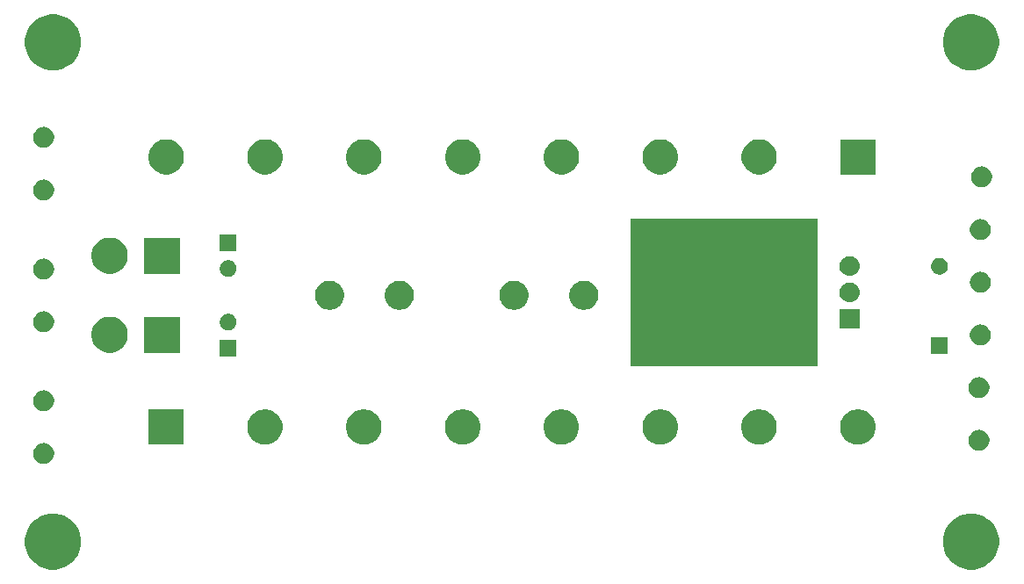
<source format=gbr>
G04 #@! TF.GenerationSoftware,KiCad,Pcbnew,5.0.2-bee76a0~70~ubuntu18.04.1*
G04 #@! TF.CreationDate,2019-06-19T23:07:38-07:00*
G04 #@! TF.ProjectId,aa-power,61612d70-6f77-4657-922e-6b696361645f,rev?*
G04 #@! TF.SameCoordinates,Original*
G04 #@! TF.FileFunction,Soldermask,Bot*
G04 #@! TF.FilePolarity,Negative*
%FSLAX46Y46*%
G04 Gerber Fmt 4.6, Leading zero omitted, Abs format (unit mm)*
G04 Created by KiCad (PCBNEW 5.0.2-bee76a0~70~ubuntu18.04.1) date Wed 19 Jun 2019 11:07:38 PM PDT*
%MOMM*%
%LPD*%
G01*
G04 APERTURE LIST*
%ADD10C,0.100000*%
G04 APERTURE END LIST*
D10*
G36*
X194335560Y-121482759D02*
X194786084Y-121669372D01*
X194826930Y-121686291D01*
X194846736Y-121699525D01*
X195269153Y-121981775D01*
X195645225Y-122357847D01*
X195940710Y-122800072D01*
X196144241Y-123291440D01*
X196248000Y-123813072D01*
X196248000Y-124344928D01*
X196144241Y-124866560D01*
X195940710Y-125357928D01*
X195645225Y-125800153D01*
X195269153Y-126176225D01*
X195269150Y-126176227D01*
X194826930Y-126471709D01*
X194826929Y-126471710D01*
X194826928Y-126471710D01*
X194335560Y-126675241D01*
X193813928Y-126779000D01*
X193282072Y-126779000D01*
X192760440Y-126675241D01*
X192269072Y-126471710D01*
X192269071Y-126471710D01*
X192269070Y-126471709D01*
X191826850Y-126176227D01*
X191826847Y-126176225D01*
X191450775Y-125800153D01*
X191155290Y-125357928D01*
X190951759Y-124866560D01*
X190848000Y-124344928D01*
X190848000Y-123813072D01*
X190951759Y-123291440D01*
X191155290Y-122800072D01*
X191450775Y-122357847D01*
X191826847Y-121981775D01*
X192249264Y-121699525D01*
X192269070Y-121686291D01*
X192309916Y-121669372D01*
X192760440Y-121482759D01*
X193282072Y-121379000D01*
X193813928Y-121379000D01*
X194335560Y-121482759D01*
X194335560Y-121482759D01*
G37*
G36*
X105816560Y-121482759D02*
X106267084Y-121669372D01*
X106307930Y-121686291D01*
X106327736Y-121699525D01*
X106750153Y-121981775D01*
X107126225Y-122357847D01*
X107421710Y-122800072D01*
X107625241Y-123291440D01*
X107729000Y-123813072D01*
X107729000Y-124344928D01*
X107625241Y-124866560D01*
X107421710Y-125357928D01*
X107126225Y-125800153D01*
X106750153Y-126176225D01*
X106750150Y-126176227D01*
X106307930Y-126471709D01*
X106307929Y-126471710D01*
X106307928Y-126471710D01*
X105816560Y-126675241D01*
X105294928Y-126779000D01*
X104763072Y-126779000D01*
X104241440Y-126675241D01*
X103750072Y-126471710D01*
X103750071Y-126471710D01*
X103750070Y-126471709D01*
X103307850Y-126176227D01*
X103307847Y-126176225D01*
X102931775Y-125800153D01*
X102636290Y-125357928D01*
X102432759Y-124866560D01*
X102329000Y-124344928D01*
X102329000Y-123813072D01*
X102432759Y-123291440D01*
X102636290Y-122800072D01*
X102931775Y-122357847D01*
X103307847Y-121981775D01*
X103730264Y-121699525D01*
X103750070Y-121686291D01*
X103790916Y-121669372D01*
X104241440Y-121482759D01*
X104763072Y-121379000D01*
X105294928Y-121379000D01*
X105816560Y-121482759D01*
X105816560Y-121482759D01*
G37*
G36*
X104315770Y-114585372D02*
X104431689Y-114608429D01*
X104613678Y-114683811D01*
X104777463Y-114793249D01*
X104916751Y-114932537D01*
X105026189Y-115096322D01*
X105101571Y-115278311D01*
X105140000Y-115471509D01*
X105140000Y-115668491D01*
X105101571Y-115861689D01*
X105026189Y-116043678D01*
X104916751Y-116207463D01*
X104777463Y-116346751D01*
X104613678Y-116456189D01*
X104431689Y-116531571D01*
X104315770Y-116554628D01*
X104238493Y-116570000D01*
X104041507Y-116570000D01*
X103964230Y-116554628D01*
X103848311Y-116531571D01*
X103666322Y-116456189D01*
X103502537Y-116346751D01*
X103363249Y-116207463D01*
X103253811Y-116043678D01*
X103178429Y-115861689D01*
X103140000Y-115668491D01*
X103140000Y-115471509D01*
X103178429Y-115278311D01*
X103253811Y-115096322D01*
X103363249Y-114932537D01*
X103502537Y-114793249D01*
X103666322Y-114683811D01*
X103848311Y-114608429D01*
X103964230Y-114585372D01*
X104041507Y-114570000D01*
X104238493Y-114570000D01*
X104315770Y-114585372D01*
X104315770Y-114585372D01*
G37*
G36*
X194485770Y-113315372D02*
X194601689Y-113338429D01*
X194783678Y-113413811D01*
X194947463Y-113523249D01*
X195086751Y-113662537D01*
X195196189Y-113826322D01*
X195271571Y-114008311D01*
X195310000Y-114201509D01*
X195310000Y-114398491D01*
X195271571Y-114591689D01*
X195196189Y-114773678D01*
X195086751Y-114937463D01*
X194947463Y-115076751D01*
X194783678Y-115186189D01*
X194601689Y-115261571D01*
X194485770Y-115284628D01*
X194408493Y-115300000D01*
X194211507Y-115300000D01*
X194134230Y-115284628D01*
X194018311Y-115261571D01*
X193836322Y-115186189D01*
X193672537Y-115076751D01*
X193533249Y-114937463D01*
X193423811Y-114773678D01*
X193348429Y-114591689D01*
X193310000Y-114398491D01*
X193310000Y-114201509D01*
X193348429Y-114008311D01*
X193423811Y-113826322D01*
X193533249Y-113662537D01*
X193672537Y-113523249D01*
X193836322Y-113413811D01*
X194018311Y-113338429D01*
X194134230Y-113315372D01*
X194211507Y-113300000D01*
X194408493Y-113300000D01*
X194485770Y-113315372D01*
X194485770Y-113315372D01*
G37*
G36*
X183012393Y-111373553D02*
X183121872Y-111395330D01*
X183431252Y-111523479D01*
X183709687Y-111709523D01*
X183946477Y-111946313D01*
X184132521Y-112224748D01*
X184260670Y-112534128D01*
X184326000Y-112862565D01*
X184326000Y-113197435D01*
X184260670Y-113525872D01*
X184132521Y-113835252D01*
X183946477Y-114113687D01*
X183709687Y-114350477D01*
X183431252Y-114536521D01*
X183121872Y-114664670D01*
X183025643Y-114683811D01*
X182793437Y-114730000D01*
X182458563Y-114730000D01*
X182226357Y-114683811D01*
X182130128Y-114664670D01*
X181820748Y-114536521D01*
X181542313Y-114350477D01*
X181305523Y-114113687D01*
X181119479Y-113835252D01*
X180991330Y-113525872D01*
X180926000Y-113197435D01*
X180926000Y-112862565D01*
X180991330Y-112534128D01*
X181119479Y-112224748D01*
X181305523Y-111946313D01*
X181542313Y-111709523D01*
X181820748Y-111523479D01*
X182130128Y-111395330D01*
X182239607Y-111373553D01*
X182458563Y-111330000D01*
X182793437Y-111330000D01*
X183012393Y-111373553D01*
X183012393Y-111373553D01*
G37*
G36*
X173487393Y-111373553D02*
X173596872Y-111395330D01*
X173906252Y-111523479D01*
X174184687Y-111709523D01*
X174421477Y-111946313D01*
X174607521Y-112224748D01*
X174735670Y-112534128D01*
X174801000Y-112862565D01*
X174801000Y-113197435D01*
X174735670Y-113525872D01*
X174607521Y-113835252D01*
X174421477Y-114113687D01*
X174184687Y-114350477D01*
X173906252Y-114536521D01*
X173596872Y-114664670D01*
X173500643Y-114683811D01*
X173268437Y-114730000D01*
X172933563Y-114730000D01*
X172701357Y-114683811D01*
X172605128Y-114664670D01*
X172295748Y-114536521D01*
X172017313Y-114350477D01*
X171780523Y-114113687D01*
X171594479Y-113835252D01*
X171466330Y-113525872D01*
X171401000Y-113197435D01*
X171401000Y-112862565D01*
X171466330Y-112534128D01*
X171594479Y-112224748D01*
X171780523Y-111946313D01*
X172017313Y-111709523D01*
X172295748Y-111523479D01*
X172605128Y-111395330D01*
X172714607Y-111373553D01*
X172933563Y-111330000D01*
X173268437Y-111330000D01*
X173487393Y-111373553D01*
X173487393Y-111373553D01*
G37*
G36*
X163962393Y-111373553D02*
X164071872Y-111395330D01*
X164381252Y-111523479D01*
X164659687Y-111709523D01*
X164896477Y-111946313D01*
X165082521Y-112224748D01*
X165210670Y-112534128D01*
X165276000Y-112862565D01*
X165276000Y-113197435D01*
X165210670Y-113525872D01*
X165082521Y-113835252D01*
X164896477Y-114113687D01*
X164659687Y-114350477D01*
X164381252Y-114536521D01*
X164071872Y-114664670D01*
X163975643Y-114683811D01*
X163743437Y-114730000D01*
X163408563Y-114730000D01*
X163176357Y-114683811D01*
X163080128Y-114664670D01*
X162770748Y-114536521D01*
X162492313Y-114350477D01*
X162255523Y-114113687D01*
X162069479Y-113835252D01*
X161941330Y-113525872D01*
X161876000Y-113197435D01*
X161876000Y-112862565D01*
X161941330Y-112534128D01*
X162069479Y-112224748D01*
X162255523Y-111946313D01*
X162492313Y-111709523D01*
X162770748Y-111523479D01*
X163080128Y-111395330D01*
X163189607Y-111373553D01*
X163408563Y-111330000D01*
X163743437Y-111330000D01*
X163962393Y-111373553D01*
X163962393Y-111373553D01*
G37*
G36*
X154432393Y-111373553D02*
X154541872Y-111395330D01*
X154851252Y-111523479D01*
X155129687Y-111709523D01*
X155366477Y-111946313D01*
X155552521Y-112224748D01*
X155680670Y-112534128D01*
X155746000Y-112862565D01*
X155746000Y-113197435D01*
X155680670Y-113525872D01*
X155552521Y-113835252D01*
X155366477Y-114113687D01*
X155129687Y-114350477D01*
X154851252Y-114536521D01*
X154541872Y-114664670D01*
X154445643Y-114683811D01*
X154213437Y-114730000D01*
X153878563Y-114730000D01*
X153646357Y-114683811D01*
X153550128Y-114664670D01*
X153240748Y-114536521D01*
X152962313Y-114350477D01*
X152725523Y-114113687D01*
X152539479Y-113835252D01*
X152411330Y-113525872D01*
X152346000Y-113197435D01*
X152346000Y-112862565D01*
X152411330Y-112534128D01*
X152539479Y-112224748D01*
X152725523Y-111946313D01*
X152962313Y-111709523D01*
X153240748Y-111523479D01*
X153550128Y-111395330D01*
X153659607Y-111373553D01*
X153878563Y-111330000D01*
X154213437Y-111330000D01*
X154432393Y-111373553D01*
X154432393Y-111373553D01*
G37*
G36*
X144912393Y-111373553D02*
X145021872Y-111395330D01*
X145331252Y-111523479D01*
X145609687Y-111709523D01*
X145846477Y-111946313D01*
X146032521Y-112224748D01*
X146160670Y-112534128D01*
X146226000Y-112862565D01*
X146226000Y-113197435D01*
X146160670Y-113525872D01*
X146032521Y-113835252D01*
X145846477Y-114113687D01*
X145609687Y-114350477D01*
X145331252Y-114536521D01*
X145021872Y-114664670D01*
X144925643Y-114683811D01*
X144693437Y-114730000D01*
X144358563Y-114730000D01*
X144126357Y-114683811D01*
X144030128Y-114664670D01*
X143720748Y-114536521D01*
X143442313Y-114350477D01*
X143205523Y-114113687D01*
X143019479Y-113835252D01*
X142891330Y-113525872D01*
X142826000Y-113197435D01*
X142826000Y-112862565D01*
X142891330Y-112534128D01*
X143019479Y-112224748D01*
X143205523Y-111946313D01*
X143442313Y-111709523D01*
X143720748Y-111523479D01*
X144030128Y-111395330D01*
X144139607Y-111373553D01*
X144358563Y-111330000D01*
X144693437Y-111330000D01*
X144912393Y-111373553D01*
X144912393Y-111373553D01*
G37*
G36*
X135387393Y-111373553D02*
X135496872Y-111395330D01*
X135806252Y-111523479D01*
X136084687Y-111709523D01*
X136321477Y-111946313D01*
X136507521Y-112224748D01*
X136635670Y-112534128D01*
X136701000Y-112862565D01*
X136701000Y-113197435D01*
X136635670Y-113525872D01*
X136507521Y-113835252D01*
X136321477Y-114113687D01*
X136084687Y-114350477D01*
X135806252Y-114536521D01*
X135496872Y-114664670D01*
X135400643Y-114683811D01*
X135168437Y-114730000D01*
X134833563Y-114730000D01*
X134601357Y-114683811D01*
X134505128Y-114664670D01*
X134195748Y-114536521D01*
X133917313Y-114350477D01*
X133680523Y-114113687D01*
X133494479Y-113835252D01*
X133366330Y-113525872D01*
X133301000Y-113197435D01*
X133301000Y-112862565D01*
X133366330Y-112534128D01*
X133494479Y-112224748D01*
X133680523Y-111946313D01*
X133917313Y-111709523D01*
X134195748Y-111523479D01*
X134505128Y-111395330D01*
X134614607Y-111373553D01*
X134833563Y-111330000D01*
X135168437Y-111330000D01*
X135387393Y-111373553D01*
X135387393Y-111373553D01*
G37*
G36*
X125857393Y-111373553D02*
X125966872Y-111395330D01*
X126276252Y-111523479D01*
X126554687Y-111709523D01*
X126791477Y-111946313D01*
X126977521Y-112224748D01*
X127105670Y-112534128D01*
X127171000Y-112862565D01*
X127171000Y-113197435D01*
X127105670Y-113525872D01*
X126977521Y-113835252D01*
X126791477Y-114113687D01*
X126554687Y-114350477D01*
X126276252Y-114536521D01*
X125966872Y-114664670D01*
X125870643Y-114683811D01*
X125638437Y-114730000D01*
X125303563Y-114730000D01*
X125071357Y-114683811D01*
X124975128Y-114664670D01*
X124665748Y-114536521D01*
X124387313Y-114350477D01*
X124150523Y-114113687D01*
X123964479Y-113835252D01*
X123836330Y-113525872D01*
X123771000Y-113197435D01*
X123771000Y-112862565D01*
X123836330Y-112534128D01*
X123964479Y-112224748D01*
X124150523Y-111946313D01*
X124387313Y-111709523D01*
X124665748Y-111523479D01*
X124975128Y-111395330D01*
X125084607Y-111373553D01*
X125303563Y-111330000D01*
X125638437Y-111330000D01*
X125857393Y-111373553D01*
X125857393Y-111373553D01*
G37*
G36*
X117651000Y-114730000D02*
X114251000Y-114730000D01*
X114251000Y-111330000D01*
X117651000Y-111330000D01*
X117651000Y-114730000D01*
X117651000Y-114730000D01*
G37*
G36*
X104315770Y-109505372D02*
X104431689Y-109528429D01*
X104613678Y-109603811D01*
X104777463Y-109713249D01*
X104916751Y-109852537D01*
X105026189Y-110016322D01*
X105101571Y-110198311D01*
X105140000Y-110391509D01*
X105140000Y-110588491D01*
X105101571Y-110781689D01*
X105026189Y-110963678D01*
X104916751Y-111127463D01*
X104777463Y-111266751D01*
X104613678Y-111376189D01*
X104431689Y-111451571D01*
X104315770Y-111474628D01*
X104238493Y-111490000D01*
X104041507Y-111490000D01*
X103964230Y-111474628D01*
X103848311Y-111451571D01*
X103666322Y-111376189D01*
X103502537Y-111266751D01*
X103363249Y-111127463D01*
X103253811Y-110963678D01*
X103178429Y-110781689D01*
X103140000Y-110588491D01*
X103140000Y-110391509D01*
X103178429Y-110198311D01*
X103253811Y-110016322D01*
X103363249Y-109852537D01*
X103502537Y-109713249D01*
X103666322Y-109603811D01*
X103848311Y-109528429D01*
X103964230Y-109505372D01*
X104041507Y-109490000D01*
X104238493Y-109490000D01*
X104315770Y-109505372D01*
X104315770Y-109505372D01*
G37*
G36*
X194485770Y-108235372D02*
X194601689Y-108258429D01*
X194783678Y-108333811D01*
X194947463Y-108443249D01*
X195086751Y-108582537D01*
X195196189Y-108746322D01*
X195271571Y-108928311D01*
X195310000Y-109121509D01*
X195310000Y-109318491D01*
X195271571Y-109511689D01*
X195196189Y-109693678D01*
X195086751Y-109857463D01*
X194947463Y-109996751D01*
X194783678Y-110106189D01*
X194601689Y-110181571D01*
X194485770Y-110204628D01*
X194408493Y-110220000D01*
X194211507Y-110220000D01*
X194134230Y-110204628D01*
X194018311Y-110181571D01*
X193836322Y-110106189D01*
X193672537Y-109996751D01*
X193533249Y-109857463D01*
X193423811Y-109693678D01*
X193348429Y-109511689D01*
X193310000Y-109318491D01*
X193310000Y-109121509D01*
X193348429Y-108928311D01*
X193423811Y-108746322D01*
X193533249Y-108582537D01*
X193672537Y-108443249D01*
X193836322Y-108333811D01*
X194018311Y-108258429D01*
X194134230Y-108235372D01*
X194211507Y-108220000D01*
X194408493Y-108220000D01*
X194485770Y-108235372D01*
X194485770Y-108235372D01*
G37*
G36*
X178794162Y-107164621D02*
X160760162Y-107164621D01*
X160760162Y-92940621D01*
X178794162Y-92940621D01*
X178794162Y-107164621D01*
X178794162Y-107164621D01*
G37*
G36*
X122720000Y-106210000D02*
X121120000Y-106210000D01*
X121120000Y-104610000D01*
X122720000Y-104610000D01*
X122720000Y-106210000D01*
X122720000Y-106210000D01*
G37*
G36*
X191300000Y-105956000D02*
X189700000Y-105956000D01*
X189700000Y-104356000D01*
X191300000Y-104356000D01*
X191300000Y-105956000D01*
X191300000Y-105956000D01*
G37*
G36*
X117320060Y-105890060D02*
X113819940Y-105890060D01*
X113819940Y-102389940D01*
X117320060Y-102389940D01*
X117320060Y-105890060D01*
X117320060Y-105890060D01*
G37*
G36*
X111000473Y-102457193D02*
X111318963Y-102589116D01*
X111605601Y-102780641D01*
X111849359Y-103024399D01*
X112040884Y-103311037D01*
X112172807Y-103629527D01*
X112240060Y-103967633D01*
X112240060Y-104312367D01*
X112172807Y-104650473D01*
X112040884Y-104968963D01*
X111849359Y-105255601D01*
X111605601Y-105499359D01*
X111318963Y-105690884D01*
X111000473Y-105822807D01*
X110662367Y-105890060D01*
X110317633Y-105890060D01*
X109979527Y-105822807D01*
X109661037Y-105690884D01*
X109374399Y-105499359D01*
X109130641Y-105255601D01*
X108939116Y-104968963D01*
X108807193Y-104650473D01*
X108739940Y-104312367D01*
X108739940Y-103967633D01*
X108807193Y-103629527D01*
X108939116Y-103311037D01*
X109130641Y-103024399D01*
X109374399Y-102780641D01*
X109661037Y-102589116D01*
X109979527Y-102457193D01*
X110317633Y-102389940D01*
X110662367Y-102389940D01*
X111000473Y-102457193D01*
X111000473Y-102457193D01*
G37*
G36*
X194612770Y-103155372D02*
X194728689Y-103178429D01*
X194910678Y-103253811D01*
X195074463Y-103363249D01*
X195213751Y-103502537D01*
X195323189Y-103666322D01*
X195398571Y-103848311D01*
X195437000Y-104041509D01*
X195437000Y-104238491D01*
X195398571Y-104431689D01*
X195323189Y-104613678D01*
X195213751Y-104777463D01*
X195074463Y-104916751D01*
X194910678Y-105026189D01*
X194728689Y-105101571D01*
X194612770Y-105124628D01*
X194535493Y-105140000D01*
X194338507Y-105140000D01*
X194261230Y-105124628D01*
X194145311Y-105101571D01*
X193963322Y-105026189D01*
X193799537Y-104916751D01*
X193660249Y-104777463D01*
X193550811Y-104613678D01*
X193475429Y-104431689D01*
X193437000Y-104238491D01*
X193437000Y-104041509D01*
X193475429Y-103848311D01*
X193550811Y-103666322D01*
X193660249Y-103502537D01*
X193799537Y-103363249D01*
X193963322Y-103253811D01*
X194145311Y-103178429D01*
X194261230Y-103155372D01*
X194338507Y-103140000D01*
X194535493Y-103140000D01*
X194612770Y-103155372D01*
X194612770Y-103155372D01*
G37*
G36*
X104315770Y-101885372D02*
X104431689Y-101908429D01*
X104613678Y-101983811D01*
X104777463Y-102093249D01*
X104916751Y-102232537D01*
X105026189Y-102396322D01*
X105101571Y-102578311D01*
X105103720Y-102589116D01*
X105140000Y-102771507D01*
X105140000Y-102968493D01*
X105128879Y-103024399D01*
X105101571Y-103161689D01*
X105026189Y-103343678D01*
X104916751Y-103507463D01*
X104777463Y-103646751D01*
X104613678Y-103756189D01*
X104431689Y-103831571D01*
X104315770Y-103854628D01*
X104238493Y-103870000D01*
X104041507Y-103870000D01*
X103964230Y-103854628D01*
X103848311Y-103831571D01*
X103666322Y-103756189D01*
X103502537Y-103646751D01*
X103363249Y-103507463D01*
X103253811Y-103343678D01*
X103178429Y-103161689D01*
X103151121Y-103024399D01*
X103140000Y-102968493D01*
X103140000Y-102771507D01*
X103176280Y-102589116D01*
X103178429Y-102578311D01*
X103253811Y-102396322D01*
X103363249Y-102232537D01*
X103502537Y-102093249D01*
X103666322Y-101983811D01*
X103848311Y-101908429D01*
X103964230Y-101885372D01*
X104041507Y-101870000D01*
X104238493Y-101870000D01*
X104315770Y-101885372D01*
X104315770Y-101885372D01*
G37*
G36*
X122153352Y-102140743D02*
X122298941Y-102201048D01*
X122429973Y-102288601D01*
X122541399Y-102400027D01*
X122628952Y-102531059D01*
X122689257Y-102676648D01*
X122720000Y-102831205D01*
X122720000Y-102988795D01*
X122689257Y-103143352D01*
X122628952Y-103288941D01*
X122541399Y-103419973D01*
X122429973Y-103531399D01*
X122298941Y-103618952D01*
X122153352Y-103679257D01*
X121998795Y-103710000D01*
X121841205Y-103710000D01*
X121686648Y-103679257D01*
X121541059Y-103618952D01*
X121410027Y-103531399D01*
X121298601Y-103419973D01*
X121211048Y-103288941D01*
X121150743Y-103143352D01*
X121120000Y-102988795D01*
X121120000Y-102831205D01*
X121150743Y-102676648D01*
X121211048Y-102531059D01*
X121298601Y-102400027D01*
X121410027Y-102288601D01*
X121541059Y-102201048D01*
X121686648Y-102140743D01*
X121841205Y-102110000D01*
X121998795Y-102110000D01*
X122153352Y-102140743D01*
X122153352Y-102140743D01*
G37*
G36*
X182842162Y-103545121D02*
X180842162Y-103545121D01*
X180842162Y-101640121D01*
X182842162Y-101640121D01*
X182842162Y-103545121D01*
X182842162Y-103545121D01*
G37*
G36*
X156414039Y-98953354D02*
X156615448Y-98993417D01*
X156868412Y-99098198D01*
X157096074Y-99250316D01*
X157289684Y-99443926D01*
X157441802Y-99671588D01*
X157546583Y-99924552D01*
X157600000Y-100193097D01*
X157600000Y-100466903D01*
X157546583Y-100735448D01*
X157441802Y-100988412D01*
X157289684Y-101216074D01*
X157096074Y-101409684D01*
X156868412Y-101561802D01*
X156615448Y-101666583D01*
X156414039Y-101706646D01*
X156346904Y-101720000D01*
X156073096Y-101720000D01*
X156005961Y-101706646D01*
X155804552Y-101666583D01*
X155551588Y-101561802D01*
X155323926Y-101409684D01*
X155130316Y-101216074D01*
X154978198Y-100988412D01*
X154873417Y-100735448D01*
X154820000Y-100466903D01*
X154820000Y-100193097D01*
X154873417Y-99924552D01*
X154978198Y-99671588D01*
X155130316Y-99443926D01*
X155323926Y-99250316D01*
X155551588Y-99098198D01*
X155804552Y-98993417D01*
X156005961Y-98953354D01*
X156073096Y-98940000D01*
X156346904Y-98940000D01*
X156414039Y-98953354D01*
X156414039Y-98953354D01*
G37*
G36*
X131903039Y-98953354D02*
X132104448Y-98993417D01*
X132357412Y-99098198D01*
X132585074Y-99250316D01*
X132778684Y-99443926D01*
X132930802Y-99671588D01*
X133035583Y-99924552D01*
X133089000Y-100193097D01*
X133089000Y-100466903D01*
X133035583Y-100735448D01*
X132930802Y-100988412D01*
X132778684Y-101216074D01*
X132585074Y-101409684D01*
X132357412Y-101561802D01*
X132104448Y-101666583D01*
X131903039Y-101706646D01*
X131835904Y-101720000D01*
X131562096Y-101720000D01*
X131494961Y-101706646D01*
X131293552Y-101666583D01*
X131040588Y-101561802D01*
X130812926Y-101409684D01*
X130619316Y-101216074D01*
X130467198Y-100988412D01*
X130362417Y-100735448D01*
X130309000Y-100466903D01*
X130309000Y-100193097D01*
X130362417Y-99924552D01*
X130467198Y-99671588D01*
X130619316Y-99443926D01*
X130812926Y-99250316D01*
X131040588Y-99098198D01*
X131293552Y-98993417D01*
X131494961Y-98953354D01*
X131562096Y-98940000D01*
X131835904Y-98940000D01*
X131903039Y-98953354D01*
X131903039Y-98953354D01*
G37*
G36*
X149683039Y-98953354D02*
X149884448Y-98993417D01*
X150137412Y-99098198D01*
X150365074Y-99250316D01*
X150558684Y-99443926D01*
X150710802Y-99671588D01*
X150815583Y-99924552D01*
X150869000Y-100193097D01*
X150869000Y-100466903D01*
X150815583Y-100735448D01*
X150710802Y-100988412D01*
X150558684Y-101216074D01*
X150365074Y-101409684D01*
X150137412Y-101561802D01*
X149884448Y-101666583D01*
X149683039Y-101706646D01*
X149615904Y-101720000D01*
X149342096Y-101720000D01*
X149274961Y-101706646D01*
X149073552Y-101666583D01*
X148820588Y-101561802D01*
X148592926Y-101409684D01*
X148399316Y-101216074D01*
X148247198Y-100988412D01*
X148142417Y-100735448D01*
X148089000Y-100466903D01*
X148089000Y-100193097D01*
X148142417Y-99924552D01*
X148247198Y-99671588D01*
X148399316Y-99443926D01*
X148592926Y-99250316D01*
X148820588Y-99098198D01*
X149073552Y-98993417D01*
X149274961Y-98953354D01*
X149342096Y-98940000D01*
X149615904Y-98940000D01*
X149683039Y-98953354D01*
X149683039Y-98953354D01*
G37*
G36*
X138634039Y-98953354D02*
X138835448Y-98993417D01*
X139088412Y-99098198D01*
X139316074Y-99250316D01*
X139509684Y-99443926D01*
X139661802Y-99671588D01*
X139766583Y-99924552D01*
X139820000Y-100193097D01*
X139820000Y-100466903D01*
X139766583Y-100735448D01*
X139661802Y-100988412D01*
X139509684Y-101216074D01*
X139316074Y-101409684D01*
X139088412Y-101561802D01*
X138835448Y-101666583D01*
X138634039Y-101706646D01*
X138566904Y-101720000D01*
X138293096Y-101720000D01*
X138225961Y-101706646D01*
X138024552Y-101666583D01*
X137771588Y-101561802D01*
X137543926Y-101409684D01*
X137350316Y-101216074D01*
X137198198Y-100988412D01*
X137093417Y-100735448D01*
X137040000Y-100466903D01*
X137040000Y-100193097D01*
X137093417Y-99924552D01*
X137198198Y-99671588D01*
X137350316Y-99443926D01*
X137543926Y-99250316D01*
X137771588Y-99098198D01*
X138024552Y-98993417D01*
X138225961Y-98953354D01*
X138293096Y-98940000D01*
X138566904Y-98940000D01*
X138634039Y-98953354D01*
X138634039Y-98953354D01*
G37*
G36*
X182076386Y-99113903D02*
X182255931Y-99168368D01*
X182421403Y-99256814D01*
X182566440Y-99375843D01*
X182685469Y-99520880D01*
X182773915Y-99686352D01*
X182828380Y-99865897D01*
X182846770Y-100052621D01*
X182828380Y-100239345D01*
X182773915Y-100418890D01*
X182685469Y-100584362D01*
X182566440Y-100729399D01*
X182421403Y-100848428D01*
X182255931Y-100936874D01*
X182076386Y-100991339D01*
X181936451Y-101005121D01*
X181747873Y-101005121D01*
X181607938Y-100991339D01*
X181428393Y-100936874D01*
X181262921Y-100848428D01*
X181117884Y-100729399D01*
X180998855Y-100584362D01*
X180910409Y-100418890D01*
X180855944Y-100239345D01*
X180837554Y-100052621D01*
X180855944Y-99865897D01*
X180910409Y-99686352D01*
X180998855Y-99520880D01*
X181117884Y-99375843D01*
X181262921Y-99256814D01*
X181428393Y-99168368D01*
X181607938Y-99113903D01*
X181747873Y-99100121D01*
X181936451Y-99100121D01*
X182076386Y-99113903D01*
X182076386Y-99113903D01*
G37*
G36*
X194612770Y-98075372D02*
X194728689Y-98098429D01*
X194910678Y-98173811D01*
X195074463Y-98283249D01*
X195213751Y-98422537D01*
X195323189Y-98586322D01*
X195398571Y-98768311D01*
X195421628Y-98884230D01*
X195437000Y-98961507D01*
X195437000Y-99158493D01*
X195421628Y-99235770D01*
X195398571Y-99351689D01*
X195323189Y-99533678D01*
X195213751Y-99697463D01*
X195074463Y-99836751D01*
X194910678Y-99946189D01*
X194728689Y-100021571D01*
X194612770Y-100044628D01*
X194535493Y-100060000D01*
X194338507Y-100060000D01*
X194261230Y-100044628D01*
X194145311Y-100021571D01*
X193963322Y-99946189D01*
X193799537Y-99836751D01*
X193660249Y-99697463D01*
X193550811Y-99533678D01*
X193475429Y-99351689D01*
X193452372Y-99235770D01*
X193437000Y-99158493D01*
X193437000Y-98961507D01*
X193452372Y-98884230D01*
X193475429Y-98768311D01*
X193550811Y-98586322D01*
X193660249Y-98422537D01*
X193799537Y-98283249D01*
X193963322Y-98173811D01*
X194145311Y-98098429D01*
X194261230Y-98075372D01*
X194338507Y-98060000D01*
X194535493Y-98060000D01*
X194612770Y-98075372D01*
X194612770Y-98075372D01*
G37*
G36*
X104315770Y-96805372D02*
X104431689Y-96828429D01*
X104613678Y-96903811D01*
X104777463Y-97013249D01*
X104916751Y-97152537D01*
X105026189Y-97316322D01*
X105101571Y-97498311D01*
X105124628Y-97614230D01*
X105135962Y-97671205D01*
X105140000Y-97691509D01*
X105140000Y-97888491D01*
X105101571Y-98081689D01*
X105026189Y-98263678D01*
X104916751Y-98427463D01*
X104777463Y-98566751D01*
X104613678Y-98676189D01*
X104431689Y-98751571D01*
X104315770Y-98774628D01*
X104238493Y-98790000D01*
X104041507Y-98790000D01*
X103964230Y-98774628D01*
X103848311Y-98751571D01*
X103666322Y-98676189D01*
X103502537Y-98566751D01*
X103363249Y-98427463D01*
X103253811Y-98263678D01*
X103178429Y-98081689D01*
X103140000Y-97888491D01*
X103140000Y-97691509D01*
X103144039Y-97671205D01*
X103155372Y-97614230D01*
X103178429Y-97498311D01*
X103253811Y-97316322D01*
X103363249Y-97152537D01*
X103502537Y-97013249D01*
X103666322Y-96903811D01*
X103848311Y-96828429D01*
X103964230Y-96805372D01*
X104041507Y-96790000D01*
X104238493Y-96790000D01*
X104315770Y-96805372D01*
X104315770Y-96805372D01*
G37*
G36*
X122153352Y-96980743D02*
X122298941Y-97041048D01*
X122429973Y-97128601D01*
X122541399Y-97240027D01*
X122628952Y-97371059D01*
X122689257Y-97516648D01*
X122720000Y-97671205D01*
X122720000Y-97828795D01*
X122689257Y-97983352D01*
X122628952Y-98128941D01*
X122541399Y-98259973D01*
X122429973Y-98371399D01*
X122298941Y-98458952D01*
X122153352Y-98519257D01*
X121998795Y-98550000D01*
X121841205Y-98550000D01*
X121686648Y-98519257D01*
X121541059Y-98458952D01*
X121410027Y-98371399D01*
X121298601Y-98259973D01*
X121211048Y-98128941D01*
X121150743Y-97983352D01*
X121120000Y-97828795D01*
X121120000Y-97671205D01*
X121150743Y-97516648D01*
X121211048Y-97371059D01*
X121298601Y-97240027D01*
X121410027Y-97128601D01*
X121541059Y-97041048D01*
X121686648Y-96980743D01*
X121841205Y-96950000D01*
X121998795Y-96950000D01*
X122153352Y-96980743D01*
X122153352Y-96980743D01*
G37*
G36*
X182076386Y-96573903D02*
X182255931Y-96628368D01*
X182421403Y-96716814D01*
X182566440Y-96835843D01*
X182685469Y-96980880D01*
X182773915Y-97146352D01*
X182828380Y-97325897D01*
X182846770Y-97512621D01*
X182828380Y-97699345D01*
X182773915Y-97878890D01*
X182685469Y-98044362D01*
X182566440Y-98189399D01*
X182421403Y-98308428D01*
X182255931Y-98396874D01*
X182076386Y-98451339D01*
X181936451Y-98465121D01*
X181747873Y-98465121D01*
X181607938Y-98451339D01*
X181428393Y-98396874D01*
X181262921Y-98308428D01*
X181117884Y-98189399D01*
X180998855Y-98044362D01*
X180910409Y-97878890D01*
X180855944Y-97699345D01*
X180837554Y-97512621D01*
X180855944Y-97325897D01*
X180910409Y-97146352D01*
X180998855Y-96980880D01*
X181117884Y-96835843D01*
X181262921Y-96716814D01*
X181428393Y-96628368D01*
X181607938Y-96573903D01*
X181747873Y-96560121D01*
X181936451Y-96560121D01*
X182076386Y-96573903D01*
X182076386Y-96573903D01*
G37*
G36*
X190617649Y-96743717D02*
X190656827Y-96747576D01*
X190732228Y-96770449D01*
X190807629Y-96793321D01*
X190946608Y-96867608D01*
X191068422Y-96967578D01*
X191168392Y-97089392D01*
X191242679Y-97228371D01*
X191265551Y-97303772D01*
X191288424Y-97379173D01*
X191303870Y-97536000D01*
X191290554Y-97671205D01*
X191288424Y-97692826D01*
X191242679Y-97843629D01*
X191168392Y-97982608D01*
X191068422Y-98104422D01*
X190946608Y-98204392D01*
X190807629Y-98278679D01*
X190792550Y-98283253D01*
X190656827Y-98324424D01*
X190621108Y-98327942D01*
X190539295Y-98336000D01*
X190460705Y-98336000D01*
X190378892Y-98327942D01*
X190343173Y-98324424D01*
X190207450Y-98283253D01*
X190192371Y-98278679D01*
X190053392Y-98204392D01*
X189931578Y-98104422D01*
X189831608Y-97982608D01*
X189757321Y-97843629D01*
X189711576Y-97692826D01*
X189709447Y-97671205D01*
X189696130Y-97536000D01*
X189711576Y-97379173D01*
X189734449Y-97303772D01*
X189757321Y-97228371D01*
X189831608Y-97089392D01*
X189931578Y-96967578D01*
X190053392Y-96867608D01*
X190192371Y-96793321D01*
X190267772Y-96770449D01*
X190343173Y-96747576D01*
X190382351Y-96743717D01*
X190460705Y-96736000D01*
X190539295Y-96736000D01*
X190617649Y-96743717D01*
X190617649Y-96743717D01*
G37*
G36*
X111000473Y-94837193D02*
X111318963Y-94969116D01*
X111605601Y-95160641D01*
X111849359Y-95404399D01*
X112040884Y-95691037D01*
X112172807Y-96009527D01*
X112240060Y-96347633D01*
X112240060Y-96692367D01*
X112172807Y-97030473D01*
X112040884Y-97348963D01*
X111849359Y-97635601D01*
X111605601Y-97879359D01*
X111318963Y-98070884D01*
X111000473Y-98202807D01*
X110662367Y-98270060D01*
X110317633Y-98270060D01*
X109979527Y-98202807D01*
X109661037Y-98070884D01*
X109374399Y-97879359D01*
X109130641Y-97635601D01*
X108939116Y-97348963D01*
X108807193Y-97030473D01*
X108739940Y-96692367D01*
X108739940Y-96347633D01*
X108807193Y-96009527D01*
X108939116Y-95691037D01*
X109130641Y-95404399D01*
X109374399Y-95160641D01*
X109661037Y-94969116D01*
X109979527Y-94837193D01*
X110317633Y-94769940D01*
X110662367Y-94769940D01*
X111000473Y-94837193D01*
X111000473Y-94837193D01*
G37*
G36*
X117320060Y-98270060D02*
X113819940Y-98270060D01*
X113819940Y-94769940D01*
X117320060Y-94769940D01*
X117320060Y-98270060D01*
X117320060Y-98270060D01*
G37*
G36*
X122720000Y-96050000D02*
X121120000Y-96050000D01*
X121120000Y-94450000D01*
X122720000Y-94450000D01*
X122720000Y-96050000D01*
X122720000Y-96050000D01*
G37*
G36*
X194612770Y-92995372D02*
X194728689Y-93018429D01*
X194910678Y-93093811D01*
X195074463Y-93203249D01*
X195213751Y-93342537D01*
X195323189Y-93506322D01*
X195398571Y-93688311D01*
X195437000Y-93881509D01*
X195437000Y-94078491D01*
X195398571Y-94271689D01*
X195323189Y-94453678D01*
X195213751Y-94617463D01*
X195074463Y-94756751D01*
X194910678Y-94866189D01*
X194728689Y-94941571D01*
X194612770Y-94964628D01*
X194535493Y-94980000D01*
X194338507Y-94980000D01*
X194261230Y-94964628D01*
X194145311Y-94941571D01*
X193963322Y-94866189D01*
X193799537Y-94756751D01*
X193660249Y-94617463D01*
X193550811Y-94453678D01*
X193475429Y-94271689D01*
X193437000Y-94078491D01*
X193437000Y-93881509D01*
X193475429Y-93688311D01*
X193550811Y-93506322D01*
X193660249Y-93342537D01*
X193799537Y-93203249D01*
X193963322Y-93093811D01*
X194145311Y-93018429D01*
X194261230Y-92995372D01*
X194338507Y-92980000D01*
X194535493Y-92980000D01*
X194612770Y-92995372D01*
X194612770Y-92995372D01*
G37*
G36*
X104315770Y-89185372D02*
X104431689Y-89208429D01*
X104613678Y-89283811D01*
X104777463Y-89393249D01*
X104916751Y-89532537D01*
X105026189Y-89696322D01*
X105101571Y-89878311D01*
X105140000Y-90071509D01*
X105140000Y-90268491D01*
X105101571Y-90461689D01*
X105026189Y-90643678D01*
X104916751Y-90807463D01*
X104777463Y-90946751D01*
X104613678Y-91056189D01*
X104431689Y-91131571D01*
X104315770Y-91154628D01*
X104238493Y-91170000D01*
X104041507Y-91170000D01*
X103964230Y-91154628D01*
X103848311Y-91131571D01*
X103666322Y-91056189D01*
X103502537Y-90946751D01*
X103363249Y-90807463D01*
X103253811Y-90643678D01*
X103178429Y-90461689D01*
X103140000Y-90268491D01*
X103140000Y-90071509D01*
X103178429Y-89878311D01*
X103253811Y-89696322D01*
X103363249Y-89532537D01*
X103502537Y-89393249D01*
X103666322Y-89283811D01*
X103848311Y-89208429D01*
X103964230Y-89185372D01*
X104041507Y-89170000D01*
X104238493Y-89170000D01*
X104315770Y-89185372D01*
X104315770Y-89185372D01*
G37*
G36*
X194739770Y-87915372D02*
X194855689Y-87938429D01*
X195037678Y-88013811D01*
X195201463Y-88123249D01*
X195340751Y-88262537D01*
X195450189Y-88426322D01*
X195525571Y-88608311D01*
X195564000Y-88801509D01*
X195564000Y-88998491D01*
X195525571Y-89191689D01*
X195450189Y-89373678D01*
X195340751Y-89537463D01*
X195201463Y-89676751D01*
X195037678Y-89786189D01*
X194855689Y-89861571D01*
X194739770Y-89884628D01*
X194662493Y-89900000D01*
X194465507Y-89900000D01*
X194388230Y-89884628D01*
X194272311Y-89861571D01*
X194090322Y-89786189D01*
X193926537Y-89676751D01*
X193787249Y-89537463D01*
X193677811Y-89373678D01*
X193602429Y-89191689D01*
X193564000Y-88998491D01*
X193564000Y-88801509D01*
X193602429Y-88608311D01*
X193677811Y-88426322D01*
X193787249Y-88262537D01*
X193926537Y-88123249D01*
X194090322Y-88013811D01*
X194272311Y-87938429D01*
X194388230Y-87915372D01*
X194465507Y-87900000D01*
X194662493Y-87900000D01*
X194739770Y-87915372D01*
X194739770Y-87915372D01*
G37*
G36*
X173492393Y-85338553D02*
X173601872Y-85360330D01*
X173911252Y-85488479D01*
X174189687Y-85674523D01*
X174426477Y-85911313D01*
X174612521Y-86189748D01*
X174740670Y-86499128D01*
X174806000Y-86827565D01*
X174806000Y-87162435D01*
X174740670Y-87490872D01*
X174612521Y-87800252D01*
X174426477Y-88078687D01*
X174189687Y-88315477D01*
X173911252Y-88501521D01*
X173601872Y-88629670D01*
X173492393Y-88651447D01*
X173273437Y-88695000D01*
X172938563Y-88695000D01*
X172719607Y-88651447D01*
X172610128Y-88629670D01*
X172300748Y-88501521D01*
X172022313Y-88315477D01*
X171785523Y-88078687D01*
X171599479Y-87800252D01*
X171471330Y-87490872D01*
X171406000Y-87162435D01*
X171406000Y-86827565D01*
X171471330Y-86499128D01*
X171599479Y-86189748D01*
X171785523Y-85911313D01*
X172022313Y-85674523D01*
X172300748Y-85488479D01*
X172610128Y-85360330D01*
X172719607Y-85338553D01*
X172938563Y-85295000D01*
X173273437Y-85295000D01*
X173492393Y-85338553D01*
X173492393Y-85338553D01*
G37*
G36*
X116337393Y-85338553D02*
X116446872Y-85360330D01*
X116756252Y-85488479D01*
X117034687Y-85674523D01*
X117271477Y-85911313D01*
X117457521Y-86189748D01*
X117585670Y-86499128D01*
X117651000Y-86827565D01*
X117651000Y-87162435D01*
X117585670Y-87490872D01*
X117457521Y-87800252D01*
X117271477Y-88078687D01*
X117034687Y-88315477D01*
X116756252Y-88501521D01*
X116446872Y-88629670D01*
X116337393Y-88651447D01*
X116118437Y-88695000D01*
X115783563Y-88695000D01*
X115564607Y-88651447D01*
X115455128Y-88629670D01*
X115145748Y-88501521D01*
X114867313Y-88315477D01*
X114630523Y-88078687D01*
X114444479Y-87800252D01*
X114316330Y-87490872D01*
X114251000Y-87162435D01*
X114251000Y-86827565D01*
X114316330Y-86499128D01*
X114444479Y-86189748D01*
X114630523Y-85911313D01*
X114867313Y-85674523D01*
X115145748Y-85488479D01*
X115455128Y-85360330D01*
X115564607Y-85338553D01*
X115783563Y-85295000D01*
X116118437Y-85295000D01*
X116337393Y-85338553D01*
X116337393Y-85338553D01*
G37*
G36*
X125862393Y-85338553D02*
X125971872Y-85360330D01*
X126281252Y-85488479D01*
X126559687Y-85674523D01*
X126796477Y-85911313D01*
X126982521Y-86189748D01*
X127110670Y-86499128D01*
X127176000Y-86827565D01*
X127176000Y-87162435D01*
X127110670Y-87490872D01*
X126982521Y-87800252D01*
X126796477Y-88078687D01*
X126559687Y-88315477D01*
X126281252Y-88501521D01*
X125971872Y-88629670D01*
X125862393Y-88651447D01*
X125643437Y-88695000D01*
X125308563Y-88695000D01*
X125089607Y-88651447D01*
X124980128Y-88629670D01*
X124670748Y-88501521D01*
X124392313Y-88315477D01*
X124155523Y-88078687D01*
X123969479Y-87800252D01*
X123841330Y-87490872D01*
X123776000Y-87162435D01*
X123776000Y-86827565D01*
X123841330Y-86499128D01*
X123969479Y-86189748D01*
X124155523Y-85911313D01*
X124392313Y-85674523D01*
X124670748Y-85488479D01*
X124980128Y-85360330D01*
X125089607Y-85338553D01*
X125308563Y-85295000D01*
X125643437Y-85295000D01*
X125862393Y-85338553D01*
X125862393Y-85338553D01*
G37*
G36*
X135387393Y-85338553D02*
X135496872Y-85360330D01*
X135806252Y-85488479D01*
X136084687Y-85674523D01*
X136321477Y-85911313D01*
X136507521Y-86189748D01*
X136635670Y-86499128D01*
X136701000Y-86827565D01*
X136701000Y-87162435D01*
X136635670Y-87490872D01*
X136507521Y-87800252D01*
X136321477Y-88078687D01*
X136084687Y-88315477D01*
X135806252Y-88501521D01*
X135496872Y-88629670D01*
X135387393Y-88651447D01*
X135168437Y-88695000D01*
X134833563Y-88695000D01*
X134614607Y-88651447D01*
X134505128Y-88629670D01*
X134195748Y-88501521D01*
X133917313Y-88315477D01*
X133680523Y-88078687D01*
X133494479Y-87800252D01*
X133366330Y-87490872D01*
X133301000Y-87162435D01*
X133301000Y-86827565D01*
X133366330Y-86499128D01*
X133494479Y-86189748D01*
X133680523Y-85911313D01*
X133917313Y-85674523D01*
X134195748Y-85488479D01*
X134505128Y-85360330D01*
X134614607Y-85338553D01*
X134833563Y-85295000D01*
X135168437Y-85295000D01*
X135387393Y-85338553D01*
X135387393Y-85338553D01*
G37*
G36*
X144917393Y-85338553D02*
X145026872Y-85360330D01*
X145336252Y-85488479D01*
X145614687Y-85674523D01*
X145851477Y-85911313D01*
X146037521Y-86189748D01*
X146165670Y-86499128D01*
X146231000Y-86827565D01*
X146231000Y-87162435D01*
X146165670Y-87490872D01*
X146037521Y-87800252D01*
X145851477Y-88078687D01*
X145614687Y-88315477D01*
X145336252Y-88501521D01*
X145026872Y-88629670D01*
X144917393Y-88651447D01*
X144698437Y-88695000D01*
X144363563Y-88695000D01*
X144144607Y-88651447D01*
X144035128Y-88629670D01*
X143725748Y-88501521D01*
X143447313Y-88315477D01*
X143210523Y-88078687D01*
X143024479Y-87800252D01*
X142896330Y-87490872D01*
X142831000Y-87162435D01*
X142831000Y-86827565D01*
X142896330Y-86499128D01*
X143024479Y-86189748D01*
X143210523Y-85911313D01*
X143447313Y-85674523D01*
X143725748Y-85488479D01*
X144035128Y-85360330D01*
X144144607Y-85338553D01*
X144363563Y-85295000D01*
X144698437Y-85295000D01*
X144917393Y-85338553D01*
X144917393Y-85338553D01*
G37*
G36*
X154437393Y-85338553D02*
X154546872Y-85360330D01*
X154856252Y-85488479D01*
X155134687Y-85674523D01*
X155371477Y-85911313D01*
X155557521Y-86189748D01*
X155685670Y-86499128D01*
X155751000Y-86827565D01*
X155751000Y-87162435D01*
X155685670Y-87490872D01*
X155557521Y-87800252D01*
X155371477Y-88078687D01*
X155134687Y-88315477D01*
X154856252Y-88501521D01*
X154546872Y-88629670D01*
X154437393Y-88651447D01*
X154218437Y-88695000D01*
X153883563Y-88695000D01*
X153664607Y-88651447D01*
X153555128Y-88629670D01*
X153245748Y-88501521D01*
X152967313Y-88315477D01*
X152730523Y-88078687D01*
X152544479Y-87800252D01*
X152416330Y-87490872D01*
X152351000Y-87162435D01*
X152351000Y-86827565D01*
X152416330Y-86499128D01*
X152544479Y-86189748D01*
X152730523Y-85911313D01*
X152967313Y-85674523D01*
X153245748Y-85488479D01*
X153555128Y-85360330D01*
X153664607Y-85338553D01*
X153883563Y-85295000D01*
X154218437Y-85295000D01*
X154437393Y-85338553D01*
X154437393Y-85338553D01*
G37*
G36*
X163962393Y-85338553D02*
X164071872Y-85360330D01*
X164381252Y-85488479D01*
X164659687Y-85674523D01*
X164896477Y-85911313D01*
X165082521Y-86189748D01*
X165210670Y-86499128D01*
X165276000Y-86827565D01*
X165276000Y-87162435D01*
X165210670Y-87490872D01*
X165082521Y-87800252D01*
X164896477Y-88078687D01*
X164659687Y-88315477D01*
X164381252Y-88501521D01*
X164071872Y-88629670D01*
X163962393Y-88651447D01*
X163743437Y-88695000D01*
X163408563Y-88695000D01*
X163189607Y-88651447D01*
X163080128Y-88629670D01*
X162770748Y-88501521D01*
X162492313Y-88315477D01*
X162255523Y-88078687D01*
X162069479Y-87800252D01*
X161941330Y-87490872D01*
X161876000Y-87162435D01*
X161876000Y-86827565D01*
X161941330Y-86499128D01*
X162069479Y-86189748D01*
X162255523Y-85911313D01*
X162492313Y-85674523D01*
X162770748Y-85488479D01*
X163080128Y-85360330D01*
X163189607Y-85338553D01*
X163408563Y-85295000D01*
X163743437Y-85295000D01*
X163962393Y-85338553D01*
X163962393Y-85338553D01*
G37*
G36*
X184326000Y-88695000D02*
X180926000Y-88695000D01*
X180926000Y-85295000D01*
X184326000Y-85295000D01*
X184326000Y-88695000D01*
X184326000Y-88695000D01*
G37*
G36*
X104315770Y-84105372D02*
X104431689Y-84128429D01*
X104613678Y-84203811D01*
X104777463Y-84313249D01*
X104916751Y-84452537D01*
X105026189Y-84616322D01*
X105101571Y-84798311D01*
X105140000Y-84991509D01*
X105140000Y-85188491D01*
X105101571Y-85381689D01*
X105026189Y-85563678D01*
X104916751Y-85727463D01*
X104777463Y-85866751D01*
X104613678Y-85976189D01*
X104431689Y-86051571D01*
X104315770Y-86074628D01*
X104238493Y-86090000D01*
X104041507Y-86090000D01*
X103964230Y-86074628D01*
X103848311Y-86051571D01*
X103666322Y-85976189D01*
X103502537Y-85866751D01*
X103363249Y-85727463D01*
X103253811Y-85563678D01*
X103178429Y-85381689D01*
X103140000Y-85188491D01*
X103140000Y-84991509D01*
X103178429Y-84798311D01*
X103253811Y-84616322D01*
X103363249Y-84452537D01*
X103502537Y-84313249D01*
X103666322Y-84203811D01*
X103848311Y-84128429D01*
X103964230Y-84105372D01*
X104041507Y-84090000D01*
X104238493Y-84090000D01*
X104315770Y-84105372D01*
X104315770Y-84105372D01*
G37*
G36*
X105816560Y-73349759D02*
X106267084Y-73536372D01*
X106307930Y-73553291D01*
X106327736Y-73566525D01*
X106750153Y-73848775D01*
X107126225Y-74224847D01*
X107421710Y-74667072D01*
X107625241Y-75158440D01*
X107729000Y-75680072D01*
X107729000Y-76211928D01*
X107625241Y-76733560D01*
X107421710Y-77224928D01*
X107126225Y-77667153D01*
X106750153Y-78043225D01*
X106750150Y-78043227D01*
X106307930Y-78338709D01*
X106307929Y-78338710D01*
X106307928Y-78338710D01*
X105816560Y-78542241D01*
X105294928Y-78646000D01*
X104763072Y-78646000D01*
X104241440Y-78542241D01*
X103750072Y-78338710D01*
X103750071Y-78338710D01*
X103750070Y-78338709D01*
X103307850Y-78043227D01*
X103307847Y-78043225D01*
X102931775Y-77667153D01*
X102636290Y-77224928D01*
X102432759Y-76733560D01*
X102329000Y-76211928D01*
X102329000Y-75680072D01*
X102432759Y-75158440D01*
X102636290Y-74667072D01*
X102931775Y-74224847D01*
X103307847Y-73848775D01*
X103730264Y-73566525D01*
X103750070Y-73553291D01*
X103790916Y-73536372D01*
X104241440Y-73349759D01*
X104763072Y-73246000D01*
X105294928Y-73246000D01*
X105816560Y-73349759D01*
X105816560Y-73349759D01*
G37*
G36*
X194335560Y-73349759D02*
X194786084Y-73536372D01*
X194826930Y-73553291D01*
X194846736Y-73566525D01*
X195269153Y-73848775D01*
X195645225Y-74224847D01*
X195940710Y-74667072D01*
X196144241Y-75158440D01*
X196248000Y-75680072D01*
X196248000Y-76211928D01*
X196144241Y-76733560D01*
X195940710Y-77224928D01*
X195645225Y-77667153D01*
X195269153Y-78043225D01*
X195269150Y-78043227D01*
X194826930Y-78338709D01*
X194826929Y-78338710D01*
X194826928Y-78338710D01*
X194335560Y-78542241D01*
X193813928Y-78646000D01*
X193282072Y-78646000D01*
X192760440Y-78542241D01*
X192269072Y-78338710D01*
X192269071Y-78338710D01*
X192269070Y-78338709D01*
X191826850Y-78043227D01*
X191826847Y-78043225D01*
X191450775Y-77667153D01*
X191155290Y-77224928D01*
X190951759Y-76733560D01*
X190848000Y-76211928D01*
X190848000Y-75680072D01*
X190951759Y-75158440D01*
X191155290Y-74667072D01*
X191450775Y-74224847D01*
X191826847Y-73848775D01*
X192249264Y-73566525D01*
X192269070Y-73553291D01*
X192309916Y-73536372D01*
X192760440Y-73349759D01*
X193282072Y-73246000D01*
X193813928Y-73246000D01*
X194335560Y-73349759D01*
X194335560Y-73349759D01*
G37*
M02*

</source>
